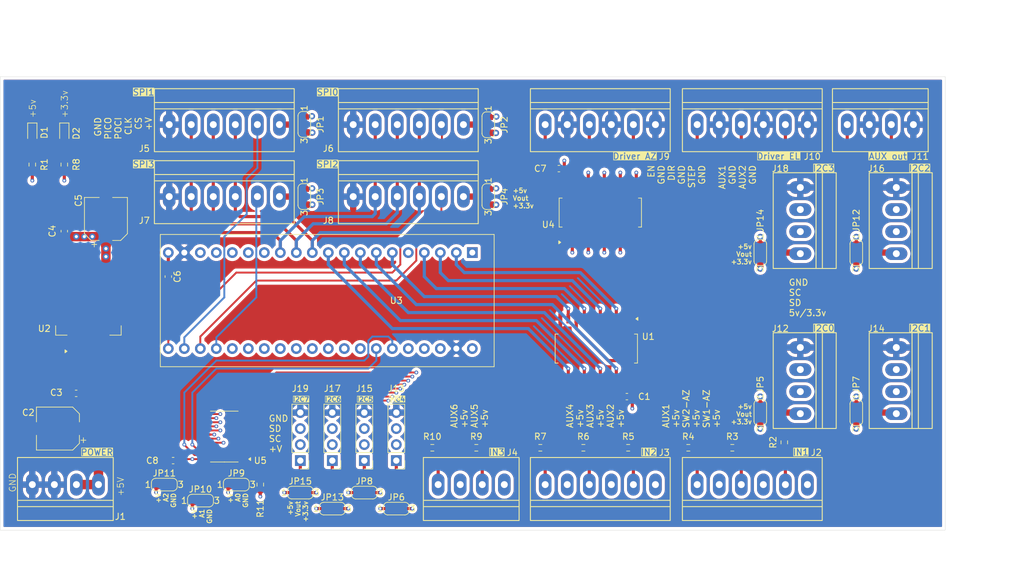
<source format=kicad_pcb>
(kicad_pcb
	(version 20240108)
	(generator "pcbnew")
	(generator_version "8.0")
	(general
		(thickness 1.6)
		(legacy_teardrops no)
	)
	(paper "A4")
	(layers
		(0 "F.Cu" signal)
		(1 "In1.Cu" signal)
		(2 "In2.Cu" signal)
		(31 "B.Cu" signal)
		(32 "B.Adhes" user "B.Adhesive")
		(33 "F.Adhes" user "F.Adhesive")
		(34 "B.Paste" user)
		(35 "F.Paste" user)
		(36 "B.SilkS" user "B.Silkscreen")
		(37 "F.SilkS" user "F.Silkscreen")
		(38 "B.Mask" user)
		(39 "F.Mask" user)
		(40 "Dwgs.User" user "User.Drawings")
		(41 "Cmts.User" user "User.Comments")
		(42 "Eco1.User" user "User.Eco1")
		(43 "Eco2.User" user "User.Eco2")
		(44 "Edge.Cuts" user)
		(45 "Margin" user)
		(46 "B.CrtYd" user "B.Courtyard")
		(47 "F.CrtYd" user "F.Courtyard")
		(48 "B.Fab" user)
		(49 "F.Fab" user)
		(50 "User.1" user)
		(51 "User.2" user)
		(52 "User.3" user)
		(53 "User.4" user)
		(54 "User.5" user)
		(55 "User.6" user)
		(56 "User.7" user)
		(57 "User.8" user)
		(58 "User.9" user)
	)
	(setup
		(stackup
			(layer "F.SilkS"
				(type "Top Silk Screen")
			)
			(layer "F.Paste"
				(type "Top Solder Paste")
			)
			(layer "F.Mask"
				(type "Top Solder Mask")
				(thickness 0.01)
			)
			(layer "F.Cu"
				(type "copper")
				(thickness 0.035)
			)
			(layer "dielectric 1"
				(type "prepreg")
				(thickness 0.1)
				(material "FR4")
				(epsilon_r 4.5)
				(loss_tangent 0.02)
			)
			(layer "In1.Cu"
				(type "copper")
				(thickness 0.035)
			)
			(layer "dielectric 2"
				(type "core")
				(thickness 1.24)
				(material "FR4")
				(epsilon_r 4.5)
				(loss_tangent 0.02)
			)
			(layer "In2.Cu"
				(type "copper")
				(thickness 0.035)
			)
			(layer "dielectric 3"
				(type "prepreg")
				(thickness 0.1)
				(material "FR4")
				(epsilon_r 4.5)
				(loss_tangent 0.02)
			)
			(layer "B.Cu"
				(type "copper")
				(thickness 0.035)
			)
			(layer "B.Mask"
				(type "Bottom Solder Mask")
				(thickness 0.01)
			)
			(layer "B.Paste"
				(type "Bottom Solder Paste")
			)
			(layer "B.SilkS"
				(type "Bottom Silk Screen")
			)
			(copper_finish "None")
			(dielectric_constraints no)
		)
		(pad_to_mask_clearance 0)
		(allow_soldermask_bridges_in_footprints no)
		(pcbplotparams
			(layerselection 0x00010fc_ffffffff)
			(plot_on_all_layers_selection 0x0000000_00000000)
			(disableapertmacros no)
			(usegerberextensions no)
			(usegerberattributes yes)
			(usegerberadvancedattributes yes)
			(creategerberjobfile yes)
			(dashed_line_dash_ratio 12.000000)
			(dashed_line_gap_ratio 3.000000)
			(svgprecision 4)
			(plotframeref no)
			(viasonmask no)
			(mode 1)
			(useauxorigin no)
			(hpglpennumber 1)
			(hpglpenspeed 20)
			(hpglpendiameter 15.000000)
			(pdf_front_fp_property_popups yes)
			(pdf_back_fp_property_popups yes)
			(dxfpolygonmode yes)
			(dxfimperialunits yes)
			(dxfusepcbnewfont yes)
			(psnegative no)
			(psa4output no)
			(plotreference yes)
			(plotvalue yes)
			(plotfptext yes)
			(plotinvisibletext no)
			(sketchpadsonfab no)
			(subtractmaskfromsilk no)
			(outputformat 1)
			(mirror no)
			(drillshape 1)
			(scaleselection 1)
			(outputdirectory "")
		)
	)
	(net 0 "")
	(net 1 "GND")
	(net 2 "+5V")
	(net 3 "+3.3V")
	(net 4 "Net-(D1-A)")
	(net 5 "Net-(D2-A)")
	(net 6 "POCI")
	(net 7 "Net-(J5-Pin_1)")
	(net 8 "PICO")
	(net 9 "SCK")
	(net 10 "CS1")
	(net 11 "CS0")
	(net 12 "Net-(J6-Pin_1)")
	(net 13 "CS3")
	(net 14 "Net-(J7-Pin_1)")
	(net 15 "Net-(J8-Pin_1)")
	(net 16 "CS2")
	(net 17 "Net-(J9-Pin_4)")
	(net 18 "Net-(J9-Pin_6)")
	(net 19 "Net-(J9-Pin_2)")
	(net 20 "OUT-SD0")
	(net 21 "Net-(J12-Pin_1)")
	(net 22 "OUT-SC0")
	(net 23 "OUT-SC4")
	(net 24 "Net-(J13-Pin_1)")
	(net 25 "OUT-SD4")
	(net 26 "OUT-SC1")
	(net 27 "Net-(J14-Pin_1)")
	(net 28 "OUT-SD1")
	(net 29 "OUT-SC5")
	(net 30 "OUT-SD5")
	(net 31 "Net-(J15-Pin_1)")
	(net 32 "OUT-SC2")
	(net 33 "OUT-SD2")
	(net 34 "Net-(J16-Pin_1)")
	(net 35 "Net-(J17-Pin_1)")
	(net 36 "OUT-SC6")
	(net 37 "OUT-SD6")
	(net 38 "OUT-SC3")
	(net 39 "Net-(J18-Pin_1)")
	(net 40 "OUT-SD3")
	(net 41 "Net-(J19-Pin_1)")
	(net 42 "OUT-SC7")
	(net 43 "OUT-SD7")
	(net 44 "Net-(JP9-C)")
	(net 45 "Net-(JP10-C)")
	(net 46 "Net-(JP11-C)")
	(net 47 "Net-(U5-~{RESET})")
	(net 48 "AUX-IN3")
	(net 49 "AUX-IN1")
	(net 50 "AUX-IN6")
	(net 51 "AUX-IN2")
	(net 52 "AUX-IN4")
	(net 53 "SW1-AZ")
	(net 54 "SW2-AZ")
	(net 55 "AUX-IN5")
	(net 56 "unconnected-(U3-PB1-Pad15)")
	(net 57 "unconnected-(U3-3V3-Pad18)")
	(net 58 "EN-AZ")
	(net 59 "EN-EL")
	(net 60 "unconnected-(U3-PB2-Pad16)")
	(net 61 "unconnected-(U3-NRST-Pad5)")
	(net 62 "AUX-OUT1")
	(net 63 "DIR-AZ")
	(net 64 "SCL")
	(net 65 "unconnected-(U3-PB9-Pad37)")
	(net 66 "SDA")
	(net 67 "unconnected-(U3-PB0-Pad14)")
	(net 68 "unconnected-(U3-VBAT-Pad1)")
	(net 69 "unconnected-(U3-3V3-Pad40)")
	(net 70 "unconnected-(U3-PB8-Pad36)")
	(net 71 "unconnected-(U3-PB10-Pad17)")
	(net 72 "STEP-AZ")
	(net 73 "STEP-EL")
	(net 74 "unconnected-(U3-PB5-Pad33)")
	(net 75 "DIR-EL")
	(net 76 "AUX-OUT2")
	(net 77 "Net-(J10-Pin_4)")
	(net 78 "Net-(J10-Pin_6)")
	(net 79 "Net-(J10-Pin_2)")
	(net 80 "Net-(J11-Pin_4)")
	(net 81 "Net-(J11-Pin_2)")
	(net 82 "Net-(J4-Pin_1)")
	(net 83 "Net-(J4-Pin_3)")
	(net 84 "Net-(J3-Pin_5)")
	(net 85 "Net-(J3-Pin_3)")
	(net 86 "Net-(J3-Pin_1)")
	(net 87 "Net-(J2-Pin_1)")
	(net 88 "Net-(J2-Pin_5)")
	(net 89 "Net-(J2-Pin_3)")
	(footprint "LED_SMD:LED_0603_1608Metric_Pad1.05x0.95mm_HandSolder" (layer "F.Cu") (at 60.96 72.531 -90))
	(footprint "Jumper:SolderJumper-3_P1.3mm_Open_RoundedPad1.0x1.5mm_NumberLabels" (layer "F.Cu") (at 76.835 128.27))
	(footprint "spta:SPTA-1-6-3,5" (layer "F.Cu") (at 115.57 82.55 180))
	(footprint "spta:SPTA-1-6-3,5" (layer "F.Cu") (at 170.18 71.12 180))
	(footprint "spta:SPTA-1-6-3,5" (layer "F.Cu") (at 146.05 128.27))
	(footprint "Capacitor_SMD:C_0603_1608Metric_Pad1.08x0.95mm_HandSolder" (layer "F.Cu") (at 139.4725 78.105 180))
	(footprint "Jumper:SolderJumper-3_P1.3mm_Open_RoundedPad1.0x1.5mm_NumberLabels" (layer "F.Cu") (at 186.69 116.84 -90))
	(footprint "spta:SPTA-1-4-3,5" (layer "F.Cu") (at 125.56 128.27))
	(footprint "spta:SPTA-1-6-3,5" (layer "F.Cu") (at 170.18 128.27))
	(footprint "Jumper:SolderJumper-3_P1.3mm_Open_RoundedPad1.0x1.5mm_NumberLabels" (layer "F.Cu") (at 128.27 71.15 -90))
	(footprint "Capacitor_SMD:C_0603_1608Metric_Pad1.08x0.95mm_HandSolder" (layer "F.Cu") (at 150.2675 114.3 180))
	(footprint "spta:SPTA-1-4-3,5" (layer "F.Cu") (at 177.8 111.76 90))
	(footprint "Jumper:SolderJumper-3_P1.3mm_Open_RoundedPad1.0x1.5mm_NumberLabels" (layer "F.Cu") (at 171.45 116.84 -90))
	(footprint "Jumper:SolderJumper-3_P1.3mm_Open_RoundedPad1.0x1.5mm_NumberLabels" (layer "F.Cu") (at 99.06 82.55 -90))
	(footprint "Resistor_SMD:R_0603_1608Metric_Pad0.98x0.95mm_HandSolder" (layer "F.Cu") (at 92.075 128.27 90))
	(footprint "BlackPill_F4xx_v2:BlackPill_F4xx_v2" (layer "F.Cu") (at 125.73 91.44 90))
	(footprint "spta:SPTA-1-6-3,5" (layer "F.Cu") (at 146.05 71.12 180))
	(footprint "Resistor_SMD:R_0603_1608Metric_Pad0.98x0.95mm_HandSolder" (layer "F.Cu") (at 119.38 122.428 180))
	(footprint "Resistor_SMD:R_0603_1608Metric_Pad0.98x0.95mm_HandSolder" (layer "F.Cu") (at 160.02 122.428 180))
	(footprint "Resistor_SMD:R_0603_1608Metric_Pad0.98x0.95mm_HandSolder" (layer "F.Cu") (at 136.525 122.428 180))
	(footprint "Jumper:SolderJumper-3_P1.3mm_Open_RoundedPad1.0x1.5mm_NumberLabels" (layer "F.Cu") (at 186.69 91.44 -90))
	(footprint "Resistor_SMD:R_0603_1608Metric_Pad0.98x0.95mm_HandSolder" (layer "F.Cu") (at 175.26 121.5625 90))
	(footprint "Capacitor_SMD:C_0603_1608Metric_Pad1.08x0.95mm_HandSolder" (layer "F.Cu") (at 78.232 124.46 180))
	(footprint "Package_SO:SO-20_12.8x7.5mm_P1.27mm" (layer "F.Cu") (at 145.415 106.68 -90))
	(footprint "Resistor_SMD:R_0603_1608Metric_Pad0.98x0.95mm_HandSolder" (layer "F.Cu") (at 55.88 77.47 90))
	(footprint "spta:SPTA-1-4-3,5" (layer "F.Cu") (at 193.04 86.36 90))
	(footprint "Jumper:SolderJumper-3_P1.3mm_Open_RoundedPad1.0x1.5mm_NumberLabels" (layer "F.Cu") (at 171.45 91.44 -90))
	(footprint "Jumper:SolderJumper-3_P1.3mm_Open_RoundedPad1.0x1.5mm_NumberLabels" (layer "F.Cu") (at 113.665 132.08))
	(footprint "spta:SPTA-1-6-3,5" (layer "F.Cu") (at 115.57 71.12 180))
	(footprint "Connector_PinHeader_2.54mm:PinHeader_1x04_P2.54mm_Vertical" (layer "F.Cu") (at 113.665 124.46 180))
	(footprint "Jumper:SolderJumper-3_P1.3mm_Open_RoundedPad1.0x1.5mm_NumberLabels" (layer "F.Cu") (at 98.425 129.54))
	(footprint "spta:SPTA-1-6-3,5" (layer "F.Cu") (at 86.36 71.12 180))
	(footprint "Resistor_SMD:R_0603_1608Metric_Pad0.98x0.95mm_HandSolder" (layer "F.Cu") (at 167.005 122.428 180))
	(footprint "Jumper:SolderJumper-3_P1.3mm_Open_RoundedPad1.0x1.5mm_NumberLabels" (layer "F.Cu") (at 82.58 130.81))
	(footprint "Jumper:SolderJumper-3_P1.3mm_Open_RoundedPad1.0x1.5mm_NumberLabels" (layer "F.Cu") (at 88.265 128.27))
	(footprint "spta:SPTA-1-4-3,5" (layer "F.Cu") (at 193.04 111.76 90))
	(footprint "Connector_PinHeader_2.54mm:PinHeader_1x04_P2.54mm_Vertical" (layer "F.Cu") (at 103.505 124.46 180))
	(footprint "Jumper:SolderJumper-3_P1.3mm_Open_RoundedPad1.0x1.5mm_NumberLabels" (layer "F.Cu") (at 99.06 71.09 -90))
	(footprint "Capacitor_SMD:C_0603_1608Metric_Pad1.08x0.95mm_HandSolder" (layer "F.Cu") (at 77.47 95.25 -90))
	(footprint "spta:SPTA-1-4-3,5" (layer "F.Cu") (at 177.8 86.36 90))
	(footprint "Package_TO_SOT_SMD:TO-263-3_TabPin2"
		(layer "F.Cu")
		(uuid "85e0d6a1-6622-4490-a439-6a930d366dcf")
		(at 64.789 99.725 90)
		(descr "TO-263/D2PAK/DDPAK SMD package, http://www.infineon.com/cms/en/product/pac
... [1352420 chars truncated]
</source>
